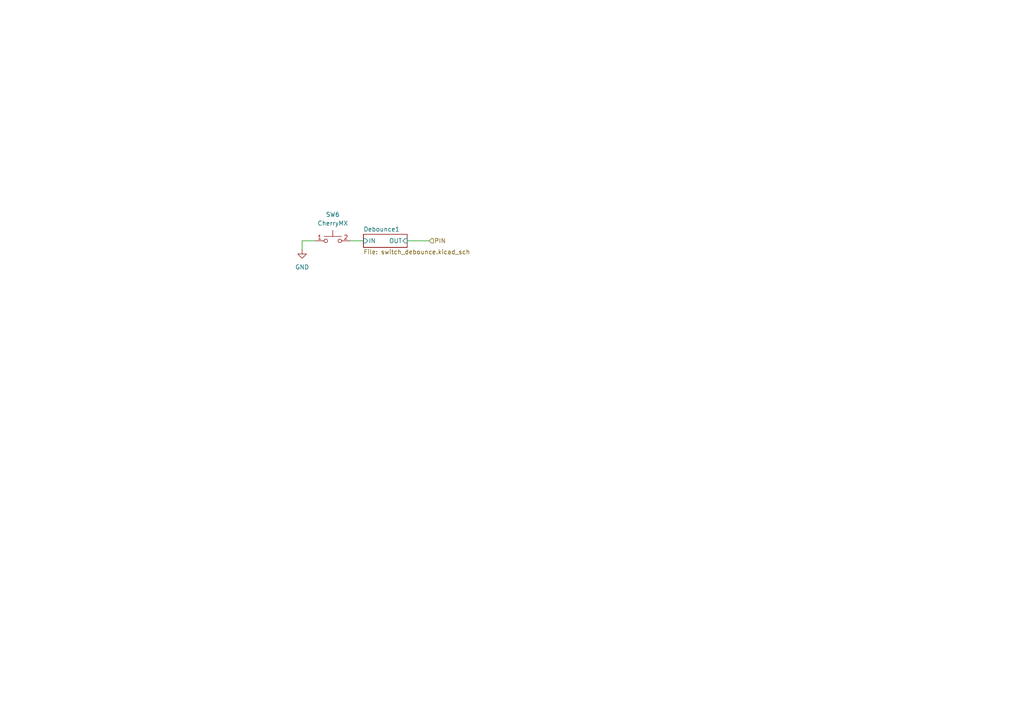
<source format=kicad_sch>
(kicad_sch (version 20250114) (generator "eeschema") (generator_version "9.0")
  (paper "A4")
  (lib_symbols
    (symbol "CherryMX:CherryMX" (pin_names (offset 0.254))
      (property "Reference" "SW" (at 2.54 3.175 0))
      (property "Value" "CherryMX" (at 0 -1.905 0))
      (symbol "CherryMX_1_1"
        (circle (center -2.032 0) (radius 0.508))
        (polyline (pts (xy 0 1.27) (xy 0 3.048)))
        (circle (center 2.032 0) (radius 0.508))
        (polyline (pts (xy 2.54 1.27) (xy -2.54 1.27)))
        (pin passive line (at -5.08 0 0) (length 2.54) (name "~") (number "1"))
        (pin passive line (at 5.08 0 180) (length 2.54) (name "~") (number "2"))
      )
    )
    (symbol "power:GND" (power) (pin_numbers (hide yes)) (pin_names (offset 0) (hide yes))
      (property "Value" "GND" (at 0 -3.81 0))
      (symbol "GND_0_1"
        (polyline (pts (xy 0 0) (xy 0 -1.27) (xy 1.27 -1.27) (xy 0 -2.54) (xy -1.27 -1.27) (xy 0 -1.27)))
      )
      (symbol "GND_1_1"
        (pin power_in line (at 0 0 270) (length 0) (name "~") (number "1"))
      )
    )
  )
  (wire (pts (xy 87.63 69.85) (xy 87.63 72.39)))
  (wire (pts (xy 91.44 69.85) (xy 87.63 69.85)))
  (wire (pts (xy 118.11 69.85) (xy 124.46 69.85)))
  (wire (pts (xy 101.6 69.85) (xy 105.41 69.85)))
  (hierarchical_label "PIN" (shape input) (at 124.46 69.85 0))
  (symbol (lib_id "CherryMX:CherryMX") (at 96.52 69.85 0) (unit 1)
    (property "Reference" "SW1" (at 96.52 62.23 0))
    (property "Value" "CherryMX" (at 96.52 64.77 0))
    (property "Footprint" "CherryMX_KailhSocket:CherryMX_1.00u_KailhSocket" (effects (hide yes)))
    (instances (project "macroboard" (path "" (reference "SW6") (unit 1)) (path "" (reference "SW5") (unit 1)) (path "" (reference "SW9") (unit 1)) (path "" (reference "SW10") (unit 1)) (path "" (reference "SW11") (unit 1)) (path "" (reference "SW14") (unit 1)) (path "" (reference "SW3") (unit 1)) (path "" (reference "SW12") (unit 1)) (path "" (reference "SW1") (unit 1)) (path "" (reference "SW7") (unit 1)) (path "" (reference "SW8") (unit 1)) (path "" (reference "SW4") (unit 1)) (path "" (reference "SW2") (unit 1))))
  )
  (symbol (lib_id "power:GND") (at 87.63 72.39 0) (unit 1)
    (property "Reference" "#PWR0101" (effects (hide yes)))
    (property "Value" "GND" (at 87.63 77.47 0))
    (property "Description" "Power symbol creates a global label with name \"GND\" , ground" (effects (hide yes)))
    (instances (project "macroboard" (path "" (reference "#PWR06") (unit 1)) (path "" (reference "#PWR05") (unit 1)) (path "" (reference "#PWR09") (unit 1)) (path "" (reference "#PWR010") (unit 1)) (path "" (reference "#PWR011") (unit 1)) (path "" (reference "#PWR013") (unit 1)) (path "" (reference "#PWR03") (unit 1)) (path "" (reference "#PWR012") (unit 1)) (path "" (reference "#PWR0101") (unit 1)) (path "" (reference "#PWR07") (unit 1)) (path "" (reference "#PWR08") (unit 1)) (path "" (reference "#PWR04") (unit 1)) (path "" (reference "#PWR02") (unit 1))))
  )
  (sheet (at 105.41 67.945) (size 12.7 3.81) (stroke (width 0.1524))
    (property "Sheetname" "Debounce1" (at 105.41 67.2334 0) (effects (justify left bottom)))
    (property "Sheetfile" "switch_debounce.kicad_sch" (at 105.41 72.3396 0) (effects (justify left top)))
    (pin "IN" input (at 105.41 69.85 180))
    (pin "OUT" input (at 118.11 69.85 0))
  )
)
</source>
